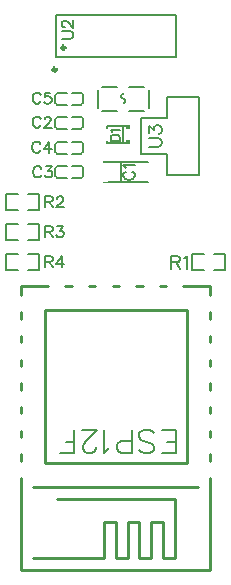
<source format=gto>
G04 Layer: TopSilkLayer*
G04 EasyEDA v6.4.25, 2021-09-19T13:56:21+08:00*
G04 cf7ef8cfdd7b4478b9a214f7d578d54c,d03eed67808b488db07f83a96349b93e,10*
G04 Gerber Generator version 0.2*
G04 Scale: 100 percent, Rotated: No, Reflected: No *
G04 Dimensions in inches *
G04 leading zeros omitted , absolute positions ,3 integer and 6 decimal *
%FSLAX36Y36*%
%MOIN*%

%ADD10C,0.0100*%
%ADD30C,0.0060*%
%ADD31C,0.0060*%
%ADD32C,0.0118*%
%ADD33C,0.0080*%

%LPD*%
D30*
X149299Y-674234D02*
G01*
X147500Y-670734D01*
X144000Y-667134D01*
X140399Y-665335D01*
X133299Y-665335D01*
X129800Y-667134D01*
X126199Y-670734D01*
X124499Y-674234D01*
X122699Y-679535D01*
X122699Y-688434D01*
X124499Y-693735D01*
X126199Y-697334D01*
X129800Y-700835D01*
X133299Y-702635D01*
X140399Y-702635D01*
X144000Y-700835D01*
X147500Y-697334D01*
X149299Y-693735D01*
X162800Y-674234D02*
G01*
X162800Y-672435D01*
X164499Y-668935D01*
X166300Y-667134D01*
X169899Y-665335D01*
X176900Y-665335D01*
X180500Y-667134D01*
X182300Y-668935D01*
X184000Y-672435D01*
X184000Y-676035D01*
X182300Y-679535D01*
X178699Y-684834D01*
X160999Y-702635D01*
X185799Y-702635D01*
X148440Y-757267D02*
G01*
X146640Y-753766D01*
X143139Y-750167D01*
X139540Y-748366D01*
X132440Y-748366D01*
X128939Y-750167D01*
X125340Y-753766D01*
X123640Y-757267D01*
X121840Y-762566D01*
X121840Y-771466D01*
X123640Y-776766D01*
X125340Y-780367D01*
X128939Y-783867D01*
X132440Y-785666D01*
X139540Y-785666D01*
X143139Y-783867D01*
X146640Y-780367D01*
X148440Y-776766D01*
X177840Y-748366D02*
G01*
X160140Y-773267D01*
X186739Y-773267D01*
X177840Y-748366D02*
G01*
X177840Y-785666D01*
X220300Y-405000D02*
G01*
X247100Y-405000D01*
X252500Y-403200D01*
X256100Y-399600D01*
X257899Y-394299D01*
X257899Y-390700D01*
X256100Y-385300D01*
X252500Y-381700D01*
X247100Y-379899D01*
X220300Y-379899D01*
X229200Y-366300D02*
G01*
X227399Y-366300D01*
X223899Y-364600D01*
X222100Y-362800D01*
X220300Y-359200D01*
X220300Y-351999D01*
X222100Y-348499D01*
X223899Y-346700D01*
X227399Y-344899D01*
X230999Y-344899D01*
X234600Y-346700D01*
X240000Y-350199D01*
X257899Y-368099D01*
X257899Y-343099D01*
X149299Y-593699D02*
G01*
X147500Y-590199D01*
X144000Y-586599D01*
X140399Y-584800D01*
X133299Y-584800D01*
X129800Y-586599D01*
X126199Y-590199D01*
X124499Y-593699D01*
X122699Y-599000D01*
X122699Y-607899D01*
X124499Y-613200D01*
X126199Y-616799D01*
X129800Y-620300D01*
X133299Y-622100D01*
X140399Y-622100D01*
X144000Y-620300D01*
X147500Y-616799D01*
X149299Y-613200D01*
X182300Y-584800D02*
G01*
X164499Y-584800D01*
X162800Y-600799D01*
X164499Y-599000D01*
X169899Y-597300D01*
X175199Y-597300D01*
X180500Y-599000D01*
X184000Y-602600D01*
X185799Y-607899D01*
X185799Y-611399D01*
X184000Y-616799D01*
X180500Y-620300D01*
X175199Y-622100D01*
X169899Y-622100D01*
X164499Y-620300D01*
X162800Y-618499D01*
X160999Y-615000D01*
X151599Y-839499D02*
G01*
X149800Y-835999D01*
X146300Y-832399D01*
X142699Y-830599D01*
X135599Y-830599D01*
X132100Y-832399D01*
X128499Y-835999D01*
X126799Y-839499D01*
X125000Y-844800D01*
X125000Y-853699D01*
X126799Y-859000D01*
X128499Y-862600D01*
X132100Y-866100D01*
X135599Y-867899D01*
X142699Y-867899D01*
X146300Y-866100D01*
X149800Y-862600D01*
X151599Y-859000D01*
X166799Y-830599D02*
G01*
X186300Y-830599D01*
X175700Y-844800D01*
X180999Y-844800D01*
X184600Y-846599D01*
X186300Y-848400D01*
X188099Y-853699D01*
X188099Y-857199D01*
X186300Y-862600D01*
X182800Y-866100D01*
X177500Y-867899D01*
X172199Y-867899D01*
X166799Y-866100D01*
X165100Y-864299D01*
X163299Y-860799D01*
X383200Y-745000D02*
G01*
X413299Y-745000D01*
X383200Y-745000D02*
G01*
X383200Y-735000D01*
X384600Y-730700D01*
X387500Y-727800D01*
X390399Y-726399D01*
X394699Y-725000D01*
X401799Y-725000D01*
X406100Y-726399D01*
X409000Y-727800D01*
X411900Y-730700D01*
X413299Y-735000D01*
X413299Y-745000D01*
X388899Y-715500D02*
G01*
X387500Y-712600D01*
X383200Y-708400D01*
X413299Y-708400D01*
X585000Y-1129600D02*
G01*
X585000Y-1172500D01*
X585000Y-1129600D02*
G01*
X603400Y-1129600D01*
X609499Y-1131599D01*
X611599Y-1133699D01*
X613600Y-1137800D01*
X613600Y-1141900D01*
X611599Y-1145999D01*
X609499Y-1148000D01*
X603400Y-1150000D01*
X585000Y-1150000D01*
X599299Y-1150000D02*
G01*
X613600Y-1172500D01*
X627100Y-1137800D02*
G01*
X631199Y-1135700D01*
X637399Y-1129600D01*
X637399Y-1172500D01*
X165000Y-930599D02*
G01*
X165000Y-967899D01*
X165000Y-930599D02*
G01*
X180999Y-930599D01*
X186300Y-932399D01*
X188000Y-934200D01*
X189800Y-937699D01*
X189800Y-941300D01*
X188000Y-944800D01*
X186300Y-946599D01*
X180999Y-948400D01*
X165000Y-948400D01*
X177399Y-948400D02*
G01*
X189800Y-967899D01*
X203299Y-939499D02*
G01*
X203299Y-937699D01*
X205100Y-934200D01*
X206799Y-932399D01*
X210399Y-930599D01*
X217500Y-930599D01*
X220999Y-932399D01*
X222800Y-934200D01*
X224600Y-937699D01*
X224600Y-941300D01*
X222800Y-944800D01*
X219200Y-950100D01*
X201500Y-967899D01*
X226300Y-967899D01*
X165000Y-1030599D02*
G01*
X165000Y-1067899D01*
X165000Y-1030599D02*
G01*
X180999Y-1030599D01*
X186300Y-1032399D01*
X188000Y-1034200D01*
X189800Y-1037699D01*
X189800Y-1041300D01*
X188000Y-1044800D01*
X186300Y-1046599D01*
X180999Y-1048400D01*
X165000Y-1048400D01*
X177399Y-1048400D02*
G01*
X189800Y-1067899D01*
X205100Y-1030599D02*
G01*
X224600Y-1030599D01*
X213899Y-1044800D01*
X219200Y-1044800D01*
X222800Y-1046599D01*
X224600Y-1048400D01*
X226300Y-1053699D01*
X226300Y-1057199D01*
X224600Y-1062600D01*
X220999Y-1066100D01*
X215700Y-1067899D01*
X210399Y-1067899D01*
X205100Y-1066100D01*
X203299Y-1064299D01*
X201500Y-1060799D01*
X165000Y-1130599D02*
G01*
X165000Y-1167899D01*
X165000Y-1130599D02*
G01*
X180999Y-1130599D01*
X186300Y-1132399D01*
X188000Y-1134200D01*
X189800Y-1137699D01*
X189800Y-1141300D01*
X188000Y-1144800D01*
X186300Y-1146599D01*
X180999Y-1148400D01*
X165000Y-1148400D01*
X177399Y-1148400D02*
G01*
X189800Y-1167899D01*
X219200Y-1130599D02*
G01*
X201500Y-1155500D01*
X228099Y-1155500D01*
X219200Y-1130599D02*
G01*
X219200Y-1167899D01*
D33*
X600019Y-1785729D02*
G01*
X600019Y-1709330D01*
X600019Y-1785729D02*
G01*
X552719Y-1785729D01*
X600019Y-1749330D02*
G01*
X570920Y-1749330D01*
X600019Y-1709330D02*
G01*
X552719Y-1709330D01*
X477820Y-1774830D02*
G01*
X485120Y-1782130D01*
X496019Y-1785729D01*
X510520Y-1785729D01*
X521419Y-1782130D01*
X528719Y-1774830D01*
X528719Y-1767530D01*
X525120Y-1760230D01*
X521419Y-1756630D01*
X514220Y-1753029D01*
X492319Y-1745729D01*
X485120Y-1742130D01*
X481419Y-1738429D01*
X477820Y-1731230D01*
X477820Y-1720230D01*
X485120Y-1713029D01*
X496019Y-1709330D01*
X510520Y-1709330D01*
X521419Y-1713029D01*
X528719Y-1720230D01*
X453820Y-1785729D02*
G01*
X453820Y-1709330D01*
X453820Y-1785729D02*
G01*
X421120Y-1785729D01*
X410219Y-1782130D01*
X406520Y-1778429D01*
X402919Y-1771230D01*
X402919Y-1760230D01*
X406520Y-1753029D01*
X410219Y-1749330D01*
X421120Y-1745729D01*
X453820Y-1745729D01*
X378919Y-1771230D02*
G01*
X371619Y-1774830D01*
X360720Y-1785729D01*
X360720Y-1709330D01*
X333119Y-1767530D02*
G01*
X333119Y-1771230D01*
X329420Y-1778429D01*
X325819Y-1782130D01*
X318519Y-1785729D01*
X304020Y-1785729D01*
X296720Y-1782130D01*
X293119Y-1778429D01*
X289420Y-1771230D01*
X289420Y-1763930D01*
X293119Y-1756630D01*
X300320Y-1745729D01*
X336720Y-1709330D01*
X285819Y-1709330D01*
X261819Y-1785729D02*
G01*
X261819Y-1709330D01*
X261819Y-1785729D02*
G01*
X214520Y-1785729D01*
X261819Y-1749330D02*
G01*
X232719Y-1749330D01*
D30*
X434499Y-848400D02*
G01*
X430999Y-850199D01*
X427399Y-853699D01*
X425599Y-857300D01*
X425599Y-864400D01*
X427399Y-867899D01*
X430999Y-871500D01*
X434499Y-873200D01*
X439800Y-875000D01*
X448699Y-875000D01*
X454000Y-873200D01*
X457600Y-871500D01*
X461100Y-867899D01*
X462899Y-864400D01*
X462899Y-857300D01*
X461100Y-853699D01*
X457600Y-850199D01*
X454000Y-848400D01*
X432699Y-836700D02*
G01*
X430999Y-833200D01*
X425599Y-827800D01*
X462899Y-827800D01*
X509600Y-765000D02*
G01*
X540300Y-765000D01*
X546399Y-763000D01*
X550500Y-758899D01*
X552500Y-752699D01*
X552500Y-748600D01*
X550500Y-742500D01*
X546399Y-738400D01*
X540300Y-736399D01*
X509600Y-736399D01*
X509600Y-718800D02*
G01*
X509600Y-696300D01*
X525999Y-708499D01*
X525999Y-702399D01*
X528000Y-698299D01*
X530000Y-696300D01*
X536199Y-694200D01*
X540300Y-694200D01*
X546399Y-696300D01*
X550500Y-700399D01*
X552500Y-706500D01*
X552500Y-712600D01*
X550500Y-718800D01*
X548499Y-720799D01*
X544400Y-722899D01*
G36*
X435520Y-742720D02*
G01*
X435520Y-756600D01*
X447520Y-756600D01*
X447520Y-742720D01*
G37*
G36*
X435520Y-693400D02*
G01*
X435520Y-707280D01*
X447520Y-707280D01*
X447520Y-693400D01*
G37*
G36*
X359000Y-881520D02*
G01*
X359000Y-887500D01*
X377000Y-887500D01*
X377000Y-881520D01*
G37*
G36*
X359000Y-812500D02*
G01*
X359000Y-818480D01*
X377000Y-818480D01*
X377000Y-812500D01*
G37*
X204987Y-704630D02*
G01*
X236093Y-704630D01*
X236093Y-665369D02*
G01*
X204987Y-665369D01*
X198987Y-671370D02*
G01*
X198987Y-698629D01*
X285012Y-704630D02*
G01*
X253906Y-704630D01*
X253906Y-665369D02*
G01*
X285012Y-665369D01*
X291012Y-671370D02*
G01*
X291012Y-698629D01*
X205028Y-787930D02*
G01*
X236134Y-787930D01*
X236134Y-748670D02*
G01*
X205028Y-748670D01*
X199027Y-754670D02*
G01*
X199027Y-781930D01*
X285052Y-787930D02*
G01*
X253946Y-787930D01*
X253946Y-748670D02*
G01*
X285052Y-748670D01*
X291051Y-754670D02*
G01*
X291051Y-781930D01*
X200149Y-464740D02*
G01*
X200149Y-325259D01*
X599850Y-325259D01*
X599850Y-464740D01*
X200149Y-464740D01*
X285012Y-585369D02*
G01*
X253906Y-585369D01*
X253906Y-624630D02*
G01*
X285012Y-624630D01*
X291012Y-618629D02*
G01*
X291012Y-591370D01*
X204987Y-585369D02*
G01*
X236093Y-585369D01*
X236093Y-624630D02*
G01*
X204987Y-624630D01*
X198987Y-618629D02*
G01*
X198987Y-591370D01*
X285012Y-830369D02*
G01*
X253906Y-830369D01*
X253906Y-869630D02*
G01*
X285012Y-869630D01*
X291012Y-863629D02*
G01*
X291012Y-836370D01*
X204987Y-830369D02*
G01*
X236093Y-830369D01*
X236093Y-869630D02*
G01*
X204987Y-869630D01*
X198987Y-863629D02*
G01*
X198987Y-836370D01*
D31*
X369517Y-696408D02*
G01*
X369517Y-704528D01*
X369517Y-753591D02*
G01*
X369517Y-745866D01*
D30*
X438512Y-753591D02*
G01*
X369517Y-753591D01*
X438512Y-696408D02*
G01*
X369517Y-696408D01*
X422588Y-753591D02*
G01*
X422588Y-696408D01*
D31*
X340019Y-575000D02*
G01*
X340019Y-635000D01*
X510019Y-575000D02*
G01*
X510019Y-635000D01*
D30*
X495019Y-565000D02*
G01*
X445019Y-565000D01*
X355019Y-565000D02*
G01*
X403578Y-565000D01*
X405019Y-645000D02*
G01*
X355019Y-645000D01*
X445019Y-645000D02*
G01*
X495019Y-645000D01*
X726779Y-1176008D02*
G01*
X764530Y-1176008D01*
X764530Y-1123991D01*
X726779Y-1123991D01*
X693220Y-1176008D02*
G01*
X655468Y-1176008D01*
X655468Y-1123991D01*
X693220Y-1123991D01*
X73220Y-923991D02*
G01*
X35468Y-923991D01*
X35468Y-976008D01*
X73220Y-976008D01*
X106779Y-923991D02*
G01*
X144531Y-923991D01*
X144531Y-976008D01*
X106779Y-976008D01*
X73220Y-1023991D02*
G01*
X35468Y-1023991D01*
X35468Y-1076008D01*
X73220Y-1076008D01*
X106779Y-1023991D02*
G01*
X144531Y-1023991D01*
X144531Y-1076008D01*
X106779Y-1076008D01*
X106779Y-1176008D02*
G01*
X144531Y-1176008D01*
X144531Y-1123991D01*
X106779Y-1123991D01*
X73220Y-1176008D02*
G01*
X35468Y-1176008D01*
X35468Y-1123991D01*
X73220Y-1123991D01*
D10*
X636280Y-1820464D02*
G01*
X636280Y-1308654D01*
X163840Y-1308654D01*
X163840Y-1820464D01*
X636280Y-1820464D01*
X203209Y-1938573D02*
G01*
X596909Y-1938573D01*
X596909Y-2135423D01*
X557539Y-2135423D01*
X557539Y-2017314D01*
X518170Y-2017314D01*
X518170Y-2135423D01*
X478800Y-2135423D01*
X478800Y-2017314D01*
X439430Y-2017314D01*
X439430Y-2135423D01*
X400059Y-2135423D01*
X400059Y-2017314D01*
X360689Y-2017314D01*
X360689Y-2135423D01*
X124470Y-2135423D01*
X675650Y-1899203D02*
G01*
X124470Y-1899203D01*
X715019Y-2174794D02*
G01*
X85100Y-2174794D01*
X85100Y-2174794D02*
G01*
X85100Y-1868930D01*
X85100Y-1811359D02*
G01*
X85100Y-1790189D01*
X85100Y-1732620D02*
G01*
X85100Y-1711449D01*
X85100Y-1653879D02*
G01*
X85100Y-1632710D01*
X85100Y-1575140D02*
G01*
X85100Y-1553969D01*
X85100Y-1496399D02*
G01*
X85100Y-1475228D01*
X85100Y-1417658D02*
G01*
X85100Y-1396489D01*
X85100Y-1338919D02*
G01*
X85100Y-1317748D01*
X85100Y-1260178D02*
G01*
X85100Y-1229913D01*
X85100Y-1229913D02*
G01*
X174490Y-1229913D01*
X232060Y-1229913D02*
G01*
X253229Y-1229913D01*
X310799Y-1229913D02*
G01*
X331939Y-1229913D01*
X389510Y-1229913D02*
G01*
X410709Y-1229913D01*
X468279Y-1229913D02*
G01*
X489400Y-1229913D01*
X546970Y-1229913D02*
G01*
X568060Y-1229913D01*
X625630Y-1229913D02*
G01*
X715019Y-1229913D01*
X715019Y-1229913D02*
G01*
X715019Y-1260178D01*
X715019Y-1317748D02*
G01*
X715019Y-1338919D01*
X715019Y-1396489D02*
G01*
X715019Y-1417658D01*
X715019Y-1475228D02*
G01*
X715019Y-1496399D01*
X715019Y-1553969D02*
G01*
X715019Y-1575140D01*
X715019Y-1632710D02*
G01*
X715019Y-1653879D01*
X715019Y-1711449D02*
G01*
X715019Y-1732620D01*
X715019Y-1790189D02*
G01*
X715019Y-1811359D01*
X715019Y-1868930D02*
G01*
X715019Y-2174794D01*
D30*
X505990Y-884497D02*
G01*
X374009Y-884497D01*
X505990Y-815502D02*
G01*
X374009Y-815502D01*
X416208Y-884497D02*
G01*
X416208Y-815502D01*
X571010Y-860949D02*
G01*
X571010Y-790569D01*
X485000Y-790569D01*
X485000Y-671159D01*
X571010Y-671159D01*
X571010Y-599050D01*
X678989Y-599050D01*
X678989Y-860949D01*
X571010Y-860949D01*
G75*
G01*
X204988Y-665370D02*
G03*
X198988Y-671370I0J-6000D01*
G75*
G01*
X198988Y-698630D02*
G03*
X204988Y-704630I6000J0D01*
G75*
G01*
X285012Y-665370D02*
G02*
X291012Y-671370I0J-6000D01*
G75*
G01*
X291012Y-698630D02*
G02*
X285012Y-704630I-6000J0D01*
G75*
G01*
X205028Y-748670D02*
G03*
X199028Y-754670I0J-6000D01*
G75*
G01*
X199028Y-781930D02*
G03*
X205028Y-787930I6000J0D01*
G75*
G01*
X285052Y-748670D02*
G02*
X291052Y-754670I0J-6000D01*
G75*
G01*
X291052Y-781930D02*
G02*
X285052Y-787930I-6000J0D01*
G75*
G01*
X285012Y-624630D02*
G03*
X291012Y-618630I0J6000D01*
G75*
G01*
X291012Y-591370D02*
G03*
X285012Y-585370I-6000J0D01*
G75*
G01*
X204988Y-624630D02*
G02*
X198988Y-618630I0J6000D01*
G75*
G01*
X198988Y-591370D02*
G02*
X204988Y-585370I6000J0D01*
G75*
G01*
X285012Y-869630D02*
G03*
X291012Y-863630I0J6000D01*
G75*
G01*
X291012Y-836370D02*
G03*
X285012Y-830370I-6000J0D01*
G75*
G01*
X204988Y-869630D02*
G02*
X198988Y-863630I0J6000D01*
G75*
G01*
X198988Y-836370D02*
G02*
X204988Y-830370I6000J0D01*
D31*
G75*
G01*
X425020Y-605000D02*
G02*
X425020Y-620000I0J-7500D01*
G75*
G01*
X425020Y-605000D02*
G02*
X425020Y-590000I0J7500D01*
D32*
G75*
G01
X230910Y-435120D02*
G03X230910Y-435120I-5910J0D01*
G75*
G01
X202080Y-508090D02*
G03X202080Y-508090I-5910J0D01*
M02*

</source>
